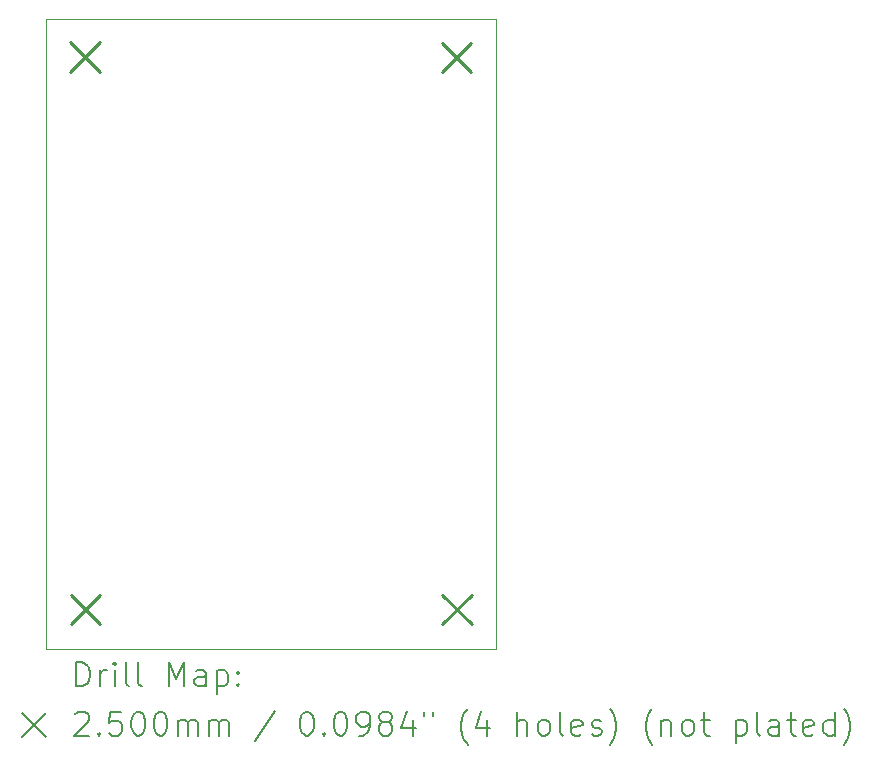
<source format=gbr>
%TF.GenerationSoftware,KiCad,Pcbnew,7.0.10*%
%TF.CreationDate,2024-03-08T11:34:05-05:00*%
%TF.ProjectId,swipe-stack-glove,73776970-652d-4737-9461-636b2d676c6f,1*%
%TF.SameCoordinates,Original*%
%TF.FileFunction,Drillmap*%
%TF.FilePolarity,Positive*%
%FSLAX45Y45*%
G04 Gerber Fmt 4.5, Leading zero omitted, Abs format (unit mm)*
G04 Created by KiCad (PCBNEW 7.0.10) date 2024-03-08 11:34:05*
%MOMM*%
%LPD*%
G01*
G04 APERTURE LIST*
%ADD10C,0.100000*%
%ADD11C,0.200000*%
%ADD12C,0.250000*%
G04 APERTURE END LIST*
D10*
X13309600Y-7264400D02*
X17119600Y-7264400D01*
X17119600Y-12598400D01*
X13309600Y-12598400D01*
X13309600Y-7264400D01*
D11*
D12*
X13515000Y-7466000D02*
X13765000Y-7716000D01*
X13765000Y-7466000D02*
X13515000Y-7716000D01*
X13516000Y-12142000D02*
X13766000Y-12392000D01*
X13766000Y-12142000D02*
X13516000Y-12392000D01*
X16660000Y-7467000D02*
X16910000Y-7717000D01*
X16910000Y-7467000D02*
X16660000Y-7717000D01*
X16663000Y-12141000D02*
X16913000Y-12391000D01*
X16913000Y-12141000D02*
X16663000Y-12391000D01*
D11*
X13565377Y-12914884D02*
X13565377Y-12714884D01*
X13565377Y-12714884D02*
X13612996Y-12714884D01*
X13612996Y-12714884D02*
X13641567Y-12724408D01*
X13641567Y-12724408D02*
X13660615Y-12743455D01*
X13660615Y-12743455D02*
X13670139Y-12762503D01*
X13670139Y-12762503D02*
X13679662Y-12800598D01*
X13679662Y-12800598D02*
X13679662Y-12829169D01*
X13679662Y-12829169D02*
X13670139Y-12867265D01*
X13670139Y-12867265D02*
X13660615Y-12886312D01*
X13660615Y-12886312D02*
X13641567Y-12905360D01*
X13641567Y-12905360D02*
X13612996Y-12914884D01*
X13612996Y-12914884D02*
X13565377Y-12914884D01*
X13765377Y-12914884D02*
X13765377Y-12781550D01*
X13765377Y-12819646D02*
X13774901Y-12800598D01*
X13774901Y-12800598D02*
X13784424Y-12791074D01*
X13784424Y-12791074D02*
X13803472Y-12781550D01*
X13803472Y-12781550D02*
X13822520Y-12781550D01*
X13889186Y-12914884D02*
X13889186Y-12781550D01*
X13889186Y-12714884D02*
X13879662Y-12724408D01*
X13879662Y-12724408D02*
X13889186Y-12733931D01*
X13889186Y-12733931D02*
X13898710Y-12724408D01*
X13898710Y-12724408D02*
X13889186Y-12714884D01*
X13889186Y-12714884D02*
X13889186Y-12733931D01*
X14012996Y-12914884D02*
X13993948Y-12905360D01*
X13993948Y-12905360D02*
X13984424Y-12886312D01*
X13984424Y-12886312D02*
X13984424Y-12714884D01*
X14117758Y-12914884D02*
X14098710Y-12905360D01*
X14098710Y-12905360D02*
X14089186Y-12886312D01*
X14089186Y-12886312D02*
X14089186Y-12714884D01*
X14346329Y-12914884D02*
X14346329Y-12714884D01*
X14346329Y-12714884D02*
X14412996Y-12857741D01*
X14412996Y-12857741D02*
X14479662Y-12714884D01*
X14479662Y-12714884D02*
X14479662Y-12914884D01*
X14660615Y-12914884D02*
X14660615Y-12810122D01*
X14660615Y-12810122D02*
X14651091Y-12791074D01*
X14651091Y-12791074D02*
X14632043Y-12781550D01*
X14632043Y-12781550D02*
X14593948Y-12781550D01*
X14593948Y-12781550D02*
X14574901Y-12791074D01*
X14660615Y-12905360D02*
X14641567Y-12914884D01*
X14641567Y-12914884D02*
X14593948Y-12914884D01*
X14593948Y-12914884D02*
X14574901Y-12905360D01*
X14574901Y-12905360D02*
X14565377Y-12886312D01*
X14565377Y-12886312D02*
X14565377Y-12867265D01*
X14565377Y-12867265D02*
X14574901Y-12848217D01*
X14574901Y-12848217D02*
X14593948Y-12838693D01*
X14593948Y-12838693D02*
X14641567Y-12838693D01*
X14641567Y-12838693D02*
X14660615Y-12829169D01*
X14755853Y-12781550D02*
X14755853Y-12981550D01*
X14755853Y-12791074D02*
X14774901Y-12781550D01*
X14774901Y-12781550D02*
X14812996Y-12781550D01*
X14812996Y-12781550D02*
X14832043Y-12791074D01*
X14832043Y-12791074D02*
X14841567Y-12800598D01*
X14841567Y-12800598D02*
X14851091Y-12819646D01*
X14851091Y-12819646D02*
X14851091Y-12876788D01*
X14851091Y-12876788D02*
X14841567Y-12895836D01*
X14841567Y-12895836D02*
X14832043Y-12905360D01*
X14832043Y-12905360D02*
X14812996Y-12914884D01*
X14812996Y-12914884D02*
X14774901Y-12914884D01*
X14774901Y-12914884D02*
X14755853Y-12905360D01*
X14936805Y-12895836D02*
X14946329Y-12905360D01*
X14946329Y-12905360D02*
X14936805Y-12914884D01*
X14936805Y-12914884D02*
X14927282Y-12905360D01*
X14927282Y-12905360D02*
X14936805Y-12895836D01*
X14936805Y-12895836D02*
X14936805Y-12914884D01*
X14936805Y-12791074D02*
X14946329Y-12800598D01*
X14946329Y-12800598D02*
X14936805Y-12810122D01*
X14936805Y-12810122D02*
X14927282Y-12800598D01*
X14927282Y-12800598D02*
X14936805Y-12791074D01*
X14936805Y-12791074D02*
X14936805Y-12810122D01*
X13104600Y-13143400D02*
X13304600Y-13343400D01*
X13304600Y-13143400D02*
X13104600Y-13343400D01*
X13555853Y-13153931D02*
X13565377Y-13144408D01*
X13565377Y-13144408D02*
X13584424Y-13134884D01*
X13584424Y-13134884D02*
X13632043Y-13134884D01*
X13632043Y-13134884D02*
X13651091Y-13144408D01*
X13651091Y-13144408D02*
X13660615Y-13153931D01*
X13660615Y-13153931D02*
X13670139Y-13172979D01*
X13670139Y-13172979D02*
X13670139Y-13192027D01*
X13670139Y-13192027D02*
X13660615Y-13220598D01*
X13660615Y-13220598D02*
X13546329Y-13334884D01*
X13546329Y-13334884D02*
X13670139Y-13334884D01*
X13755853Y-13315836D02*
X13765377Y-13325360D01*
X13765377Y-13325360D02*
X13755853Y-13334884D01*
X13755853Y-13334884D02*
X13746329Y-13325360D01*
X13746329Y-13325360D02*
X13755853Y-13315836D01*
X13755853Y-13315836D02*
X13755853Y-13334884D01*
X13946329Y-13134884D02*
X13851091Y-13134884D01*
X13851091Y-13134884D02*
X13841567Y-13230122D01*
X13841567Y-13230122D02*
X13851091Y-13220598D01*
X13851091Y-13220598D02*
X13870139Y-13211074D01*
X13870139Y-13211074D02*
X13917758Y-13211074D01*
X13917758Y-13211074D02*
X13936805Y-13220598D01*
X13936805Y-13220598D02*
X13946329Y-13230122D01*
X13946329Y-13230122D02*
X13955853Y-13249169D01*
X13955853Y-13249169D02*
X13955853Y-13296788D01*
X13955853Y-13296788D02*
X13946329Y-13315836D01*
X13946329Y-13315836D02*
X13936805Y-13325360D01*
X13936805Y-13325360D02*
X13917758Y-13334884D01*
X13917758Y-13334884D02*
X13870139Y-13334884D01*
X13870139Y-13334884D02*
X13851091Y-13325360D01*
X13851091Y-13325360D02*
X13841567Y-13315836D01*
X14079662Y-13134884D02*
X14098710Y-13134884D01*
X14098710Y-13134884D02*
X14117758Y-13144408D01*
X14117758Y-13144408D02*
X14127282Y-13153931D01*
X14127282Y-13153931D02*
X14136805Y-13172979D01*
X14136805Y-13172979D02*
X14146329Y-13211074D01*
X14146329Y-13211074D02*
X14146329Y-13258693D01*
X14146329Y-13258693D02*
X14136805Y-13296788D01*
X14136805Y-13296788D02*
X14127282Y-13315836D01*
X14127282Y-13315836D02*
X14117758Y-13325360D01*
X14117758Y-13325360D02*
X14098710Y-13334884D01*
X14098710Y-13334884D02*
X14079662Y-13334884D01*
X14079662Y-13334884D02*
X14060615Y-13325360D01*
X14060615Y-13325360D02*
X14051091Y-13315836D01*
X14051091Y-13315836D02*
X14041567Y-13296788D01*
X14041567Y-13296788D02*
X14032043Y-13258693D01*
X14032043Y-13258693D02*
X14032043Y-13211074D01*
X14032043Y-13211074D02*
X14041567Y-13172979D01*
X14041567Y-13172979D02*
X14051091Y-13153931D01*
X14051091Y-13153931D02*
X14060615Y-13144408D01*
X14060615Y-13144408D02*
X14079662Y-13134884D01*
X14270139Y-13134884D02*
X14289186Y-13134884D01*
X14289186Y-13134884D02*
X14308234Y-13144408D01*
X14308234Y-13144408D02*
X14317758Y-13153931D01*
X14317758Y-13153931D02*
X14327282Y-13172979D01*
X14327282Y-13172979D02*
X14336805Y-13211074D01*
X14336805Y-13211074D02*
X14336805Y-13258693D01*
X14336805Y-13258693D02*
X14327282Y-13296788D01*
X14327282Y-13296788D02*
X14317758Y-13315836D01*
X14317758Y-13315836D02*
X14308234Y-13325360D01*
X14308234Y-13325360D02*
X14289186Y-13334884D01*
X14289186Y-13334884D02*
X14270139Y-13334884D01*
X14270139Y-13334884D02*
X14251091Y-13325360D01*
X14251091Y-13325360D02*
X14241567Y-13315836D01*
X14241567Y-13315836D02*
X14232043Y-13296788D01*
X14232043Y-13296788D02*
X14222520Y-13258693D01*
X14222520Y-13258693D02*
X14222520Y-13211074D01*
X14222520Y-13211074D02*
X14232043Y-13172979D01*
X14232043Y-13172979D02*
X14241567Y-13153931D01*
X14241567Y-13153931D02*
X14251091Y-13144408D01*
X14251091Y-13144408D02*
X14270139Y-13134884D01*
X14422520Y-13334884D02*
X14422520Y-13201550D01*
X14422520Y-13220598D02*
X14432043Y-13211074D01*
X14432043Y-13211074D02*
X14451091Y-13201550D01*
X14451091Y-13201550D02*
X14479663Y-13201550D01*
X14479663Y-13201550D02*
X14498710Y-13211074D01*
X14498710Y-13211074D02*
X14508234Y-13230122D01*
X14508234Y-13230122D02*
X14508234Y-13334884D01*
X14508234Y-13230122D02*
X14517758Y-13211074D01*
X14517758Y-13211074D02*
X14536805Y-13201550D01*
X14536805Y-13201550D02*
X14565377Y-13201550D01*
X14565377Y-13201550D02*
X14584424Y-13211074D01*
X14584424Y-13211074D02*
X14593948Y-13230122D01*
X14593948Y-13230122D02*
X14593948Y-13334884D01*
X14689186Y-13334884D02*
X14689186Y-13201550D01*
X14689186Y-13220598D02*
X14698710Y-13211074D01*
X14698710Y-13211074D02*
X14717758Y-13201550D01*
X14717758Y-13201550D02*
X14746329Y-13201550D01*
X14746329Y-13201550D02*
X14765377Y-13211074D01*
X14765377Y-13211074D02*
X14774901Y-13230122D01*
X14774901Y-13230122D02*
X14774901Y-13334884D01*
X14774901Y-13230122D02*
X14784424Y-13211074D01*
X14784424Y-13211074D02*
X14803472Y-13201550D01*
X14803472Y-13201550D02*
X14832043Y-13201550D01*
X14832043Y-13201550D02*
X14851091Y-13211074D01*
X14851091Y-13211074D02*
X14860615Y-13230122D01*
X14860615Y-13230122D02*
X14860615Y-13334884D01*
X15251091Y-13125360D02*
X15079663Y-13382503D01*
X15508234Y-13134884D02*
X15527282Y-13134884D01*
X15527282Y-13134884D02*
X15546329Y-13144408D01*
X15546329Y-13144408D02*
X15555853Y-13153931D01*
X15555853Y-13153931D02*
X15565377Y-13172979D01*
X15565377Y-13172979D02*
X15574901Y-13211074D01*
X15574901Y-13211074D02*
X15574901Y-13258693D01*
X15574901Y-13258693D02*
X15565377Y-13296788D01*
X15565377Y-13296788D02*
X15555853Y-13315836D01*
X15555853Y-13315836D02*
X15546329Y-13325360D01*
X15546329Y-13325360D02*
X15527282Y-13334884D01*
X15527282Y-13334884D02*
X15508234Y-13334884D01*
X15508234Y-13334884D02*
X15489186Y-13325360D01*
X15489186Y-13325360D02*
X15479663Y-13315836D01*
X15479663Y-13315836D02*
X15470139Y-13296788D01*
X15470139Y-13296788D02*
X15460615Y-13258693D01*
X15460615Y-13258693D02*
X15460615Y-13211074D01*
X15460615Y-13211074D02*
X15470139Y-13172979D01*
X15470139Y-13172979D02*
X15479663Y-13153931D01*
X15479663Y-13153931D02*
X15489186Y-13144408D01*
X15489186Y-13144408D02*
X15508234Y-13134884D01*
X15660615Y-13315836D02*
X15670139Y-13325360D01*
X15670139Y-13325360D02*
X15660615Y-13334884D01*
X15660615Y-13334884D02*
X15651091Y-13325360D01*
X15651091Y-13325360D02*
X15660615Y-13315836D01*
X15660615Y-13315836D02*
X15660615Y-13334884D01*
X15793948Y-13134884D02*
X15812996Y-13134884D01*
X15812996Y-13134884D02*
X15832044Y-13144408D01*
X15832044Y-13144408D02*
X15841567Y-13153931D01*
X15841567Y-13153931D02*
X15851091Y-13172979D01*
X15851091Y-13172979D02*
X15860615Y-13211074D01*
X15860615Y-13211074D02*
X15860615Y-13258693D01*
X15860615Y-13258693D02*
X15851091Y-13296788D01*
X15851091Y-13296788D02*
X15841567Y-13315836D01*
X15841567Y-13315836D02*
X15832044Y-13325360D01*
X15832044Y-13325360D02*
X15812996Y-13334884D01*
X15812996Y-13334884D02*
X15793948Y-13334884D01*
X15793948Y-13334884D02*
X15774901Y-13325360D01*
X15774901Y-13325360D02*
X15765377Y-13315836D01*
X15765377Y-13315836D02*
X15755853Y-13296788D01*
X15755853Y-13296788D02*
X15746329Y-13258693D01*
X15746329Y-13258693D02*
X15746329Y-13211074D01*
X15746329Y-13211074D02*
X15755853Y-13172979D01*
X15755853Y-13172979D02*
X15765377Y-13153931D01*
X15765377Y-13153931D02*
X15774901Y-13144408D01*
X15774901Y-13144408D02*
X15793948Y-13134884D01*
X15955853Y-13334884D02*
X15993948Y-13334884D01*
X15993948Y-13334884D02*
X16012996Y-13325360D01*
X16012996Y-13325360D02*
X16022520Y-13315836D01*
X16022520Y-13315836D02*
X16041567Y-13287265D01*
X16041567Y-13287265D02*
X16051091Y-13249169D01*
X16051091Y-13249169D02*
X16051091Y-13172979D01*
X16051091Y-13172979D02*
X16041567Y-13153931D01*
X16041567Y-13153931D02*
X16032044Y-13144408D01*
X16032044Y-13144408D02*
X16012996Y-13134884D01*
X16012996Y-13134884D02*
X15974901Y-13134884D01*
X15974901Y-13134884D02*
X15955853Y-13144408D01*
X15955853Y-13144408D02*
X15946329Y-13153931D01*
X15946329Y-13153931D02*
X15936806Y-13172979D01*
X15936806Y-13172979D02*
X15936806Y-13220598D01*
X15936806Y-13220598D02*
X15946329Y-13239646D01*
X15946329Y-13239646D02*
X15955853Y-13249169D01*
X15955853Y-13249169D02*
X15974901Y-13258693D01*
X15974901Y-13258693D02*
X16012996Y-13258693D01*
X16012996Y-13258693D02*
X16032044Y-13249169D01*
X16032044Y-13249169D02*
X16041567Y-13239646D01*
X16041567Y-13239646D02*
X16051091Y-13220598D01*
X16165377Y-13220598D02*
X16146329Y-13211074D01*
X16146329Y-13211074D02*
X16136806Y-13201550D01*
X16136806Y-13201550D02*
X16127282Y-13182503D01*
X16127282Y-13182503D02*
X16127282Y-13172979D01*
X16127282Y-13172979D02*
X16136806Y-13153931D01*
X16136806Y-13153931D02*
X16146329Y-13144408D01*
X16146329Y-13144408D02*
X16165377Y-13134884D01*
X16165377Y-13134884D02*
X16203472Y-13134884D01*
X16203472Y-13134884D02*
X16222520Y-13144408D01*
X16222520Y-13144408D02*
X16232044Y-13153931D01*
X16232044Y-13153931D02*
X16241567Y-13172979D01*
X16241567Y-13172979D02*
X16241567Y-13182503D01*
X16241567Y-13182503D02*
X16232044Y-13201550D01*
X16232044Y-13201550D02*
X16222520Y-13211074D01*
X16222520Y-13211074D02*
X16203472Y-13220598D01*
X16203472Y-13220598D02*
X16165377Y-13220598D01*
X16165377Y-13220598D02*
X16146329Y-13230122D01*
X16146329Y-13230122D02*
X16136806Y-13239646D01*
X16136806Y-13239646D02*
X16127282Y-13258693D01*
X16127282Y-13258693D02*
X16127282Y-13296788D01*
X16127282Y-13296788D02*
X16136806Y-13315836D01*
X16136806Y-13315836D02*
X16146329Y-13325360D01*
X16146329Y-13325360D02*
X16165377Y-13334884D01*
X16165377Y-13334884D02*
X16203472Y-13334884D01*
X16203472Y-13334884D02*
X16222520Y-13325360D01*
X16222520Y-13325360D02*
X16232044Y-13315836D01*
X16232044Y-13315836D02*
X16241567Y-13296788D01*
X16241567Y-13296788D02*
X16241567Y-13258693D01*
X16241567Y-13258693D02*
X16232044Y-13239646D01*
X16232044Y-13239646D02*
X16222520Y-13230122D01*
X16222520Y-13230122D02*
X16203472Y-13220598D01*
X16412996Y-13201550D02*
X16412996Y-13334884D01*
X16365377Y-13125360D02*
X16317758Y-13268217D01*
X16317758Y-13268217D02*
X16441567Y-13268217D01*
X16508234Y-13134884D02*
X16508234Y-13172979D01*
X16584425Y-13134884D02*
X16584425Y-13172979D01*
X16879663Y-13411074D02*
X16870139Y-13401550D01*
X16870139Y-13401550D02*
X16851091Y-13372979D01*
X16851091Y-13372979D02*
X16841568Y-13353931D01*
X16841568Y-13353931D02*
X16832044Y-13325360D01*
X16832044Y-13325360D02*
X16822520Y-13277741D01*
X16822520Y-13277741D02*
X16822520Y-13239646D01*
X16822520Y-13239646D02*
X16832044Y-13192027D01*
X16832044Y-13192027D02*
X16841568Y-13163455D01*
X16841568Y-13163455D02*
X16851091Y-13144408D01*
X16851091Y-13144408D02*
X16870139Y-13115836D01*
X16870139Y-13115836D02*
X16879663Y-13106312D01*
X17041568Y-13201550D02*
X17041568Y-13334884D01*
X16993949Y-13125360D02*
X16946330Y-13268217D01*
X16946330Y-13268217D02*
X17070139Y-13268217D01*
X17298711Y-13334884D02*
X17298711Y-13134884D01*
X17384425Y-13334884D02*
X17384425Y-13230122D01*
X17384425Y-13230122D02*
X17374901Y-13211074D01*
X17374901Y-13211074D02*
X17355853Y-13201550D01*
X17355853Y-13201550D02*
X17327282Y-13201550D01*
X17327282Y-13201550D02*
X17308234Y-13211074D01*
X17308234Y-13211074D02*
X17298711Y-13220598D01*
X17508234Y-13334884D02*
X17489187Y-13325360D01*
X17489187Y-13325360D02*
X17479663Y-13315836D01*
X17479663Y-13315836D02*
X17470139Y-13296788D01*
X17470139Y-13296788D02*
X17470139Y-13239646D01*
X17470139Y-13239646D02*
X17479663Y-13220598D01*
X17479663Y-13220598D02*
X17489187Y-13211074D01*
X17489187Y-13211074D02*
X17508234Y-13201550D01*
X17508234Y-13201550D02*
X17536806Y-13201550D01*
X17536806Y-13201550D02*
X17555853Y-13211074D01*
X17555853Y-13211074D02*
X17565377Y-13220598D01*
X17565377Y-13220598D02*
X17574901Y-13239646D01*
X17574901Y-13239646D02*
X17574901Y-13296788D01*
X17574901Y-13296788D02*
X17565377Y-13315836D01*
X17565377Y-13315836D02*
X17555853Y-13325360D01*
X17555853Y-13325360D02*
X17536806Y-13334884D01*
X17536806Y-13334884D02*
X17508234Y-13334884D01*
X17689187Y-13334884D02*
X17670139Y-13325360D01*
X17670139Y-13325360D02*
X17660615Y-13306312D01*
X17660615Y-13306312D02*
X17660615Y-13134884D01*
X17841568Y-13325360D02*
X17822520Y-13334884D01*
X17822520Y-13334884D02*
X17784425Y-13334884D01*
X17784425Y-13334884D02*
X17765377Y-13325360D01*
X17765377Y-13325360D02*
X17755853Y-13306312D01*
X17755853Y-13306312D02*
X17755853Y-13230122D01*
X17755853Y-13230122D02*
X17765377Y-13211074D01*
X17765377Y-13211074D02*
X17784425Y-13201550D01*
X17784425Y-13201550D02*
X17822520Y-13201550D01*
X17822520Y-13201550D02*
X17841568Y-13211074D01*
X17841568Y-13211074D02*
X17851092Y-13230122D01*
X17851092Y-13230122D02*
X17851092Y-13249169D01*
X17851092Y-13249169D02*
X17755853Y-13268217D01*
X17927282Y-13325360D02*
X17946330Y-13334884D01*
X17946330Y-13334884D02*
X17984425Y-13334884D01*
X17984425Y-13334884D02*
X18003473Y-13325360D01*
X18003473Y-13325360D02*
X18012996Y-13306312D01*
X18012996Y-13306312D02*
X18012996Y-13296788D01*
X18012996Y-13296788D02*
X18003473Y-13277741D01*
X18003473Y-13277741D02*
X17984425Y-13268217D01*
X17984425Y-13268217D02*
X17955853Y-13268217D01*
X17955853Y-13268217D02*
X17936806Y-13258693D01*
X17936806Y-13258693D02*
X17927282Y-13239646D01*
X17927282Y-13239646D02*
X17927282Y-13230122D01*
X17927282Y-13230122D02*
X17936806Y-13211074D01*
X17936806Y-13211074D02*
X17955853Y-13201550D01*
X17955853Y-13201550D02*
X17984425Y-13201550D01*
X17984425Y-13201550D02*
X18003473Y-13211074D01*
X18079663Y-13411074D02*
X18089187Y-13401550D01*
X18089187Y-13401550D02*
X18108234Y-13372979D01*
X18108234Y-13372979D02*
X18117758Y-13353931D01*
X18117758Y-13353931D02*
X18127282Y-13325360D01*
X18127282Y-13325360D02*
X18136806Y-13277741D01*
X18136806Y-13277741D02*
X18136806Y-13239646D01*
X18136806Y-13239646D02*
X18127282Y-13192027D01*
X18127282Y-13192027D02*
X18117758Y-13163455D01*
X18117758Y-13163455D02*
X18108234Y-13144408D01*
X18108234Y-13144408D02*
X18089187Y-13115836D01*
X18089187Y-13115836D02*
X18079663Y-13106312D01*
X18441568Y-13411074D02*
X18432044Y-13401550D01*
X18432044Y-13401550D02*
X18412996Y-13372979D01*
X18412996Y-13372979D02*
X18403473Y-13353931D01*
X18403473Y-13353931D02*
X18393949Y-13325360D01*
X18393949Y-13325360D02*
X18384425Y-13277741D01*
X18384425Y-13277741D02*
X18384425Y-13239646D01*
X18384425Y-13239646D02*
X18393949Y-13192027D01*
X18393949Y-13192027D02*
X18403473Y-13163455D01*
X18403473Y-13163455D02*
X18412996Y-13144408D01*
X18412996Y-13144408D02*
X18432044Y-13115836D01*
X18432044Y-13115836D02*
X18441568Y-13106312D01*
X18517758Y-13201550D02*
X18517758Y-13334884D01*
X18517758Y-13220598D02*
X18527282Y-13211074D01*
X18527282Y-13211074D02*
X18546330Y-13201550D01*
X18546330Y-13201550D02*
X18574901Y-13201550D01*
X18574901Y-13201550D02*
X18593949Y-13211074D01*
X18593949Y-13211074D02*
X18603473Y-13230122D01*
X18603473Y-13230122D02*
X18603473Y-13334884D01*
X18727282Y-13334884D02*
X18708234Y-13325360D01*
X18708234Y-13325360D02*
X18698711Y-13315836D01*
X18698711Y-13315836D02*
X18689187Y-13296788D01*
X18689187Y-13296788D02*
X18689187Y-13239646D01*
X18689187Y-13239646D02*
X18698711Y-13220598D01*
X18698711Y-13220598D02*
X18708234Y-13211074D01*
X18708234Y-13211074D02*
X18727282Y-13201550D01*
X18727282Y-13201550D02*
X18755854Y-13201550D01*
X18755854Y-13201550D02*
X18774901Y-13211074D01*
X18774901Y-13211074D02*
X18784425Y-13220598D01*
X18784425Y-13220598D02*
X18793949Y-13239646D01*
X18793949Y-13239646D02*
X18793949Y-13296788D01*
X18793949Y-13296788D02*
X18784425Y-13315836D01*
X18784425Y-13315836D02*
X18774901Y-13325360D01*
X18774901Y-13325360D02*
X18755854Y-13334884D01*
X18755854Y-13334884D02*
X18727282Y-13334884D01*
X18851092Y-13201550D02*
X18927282Y-13201550D01*
X18879663Y-13134884D02*
X18879663Y-13306312D01*
X18879663Y-13306312D02*
X18889187Y-13325360D01*
X18889187Y-13325360D02*
X18908234Y-13334884D01*
X18908234Y-13334884D02*
X18927282Y-13334884D01*
X19146330Y-13201550D02*
X19146330Y-13401550D01*
X19146330Y-13211074D02*
X19165377Y-13201550D01*
X19165377Y-13201550D02*
X19203473Y-13201550D01*
X19203473Y-13201550D02*
X19222520Y-13211074D01*
X19222520Y-13211074D02*
X19232044Y-13220598D01*
X19232044Y-13220598D02*
X19241568Y-13239646D01*
X19241568Y-13239646D02*
X19241568Y-13296788D01*
X19241568Y-13296788D02*
X19232044Y-13315836D01*
X19232044Y-13315836D02*
X19222520Y-13325360D01*
X19222520Y-13325360D02*
X19203473Y-13334884D01*
X19203473Y-13334884D02*
X19165377Y-13334884D01*
X19165377Y-13334884D02*
X19146330Y-13325360D01*
X19355854Y-13334884D02*
X19336806Y-13325360D01*
X19336806Y-13325360D02*
X19327282Y-13306312D01*
X19327282Y-13306312D02*
X19327282Y-13134884D01*
X19517758Y-13334884D02*
X19517758Y-13230122D01*
X19517758Y-13230122D02*
X19508235Y-13211074D01*
X19508235Y-13211074D02*
X19489187Y-13201550D01*
X19489187Y-13201550D02*
X19451092Y-13201550D01*
X19451092Y-13201550D02*
X19432044Y-13211074D01*
X19517758Y-13325360D02*
X19498711Y-13334884D01*
X19498711Y-13334884D02*
X19451092Y-13334884D01*
X19451092Y-13334884D02*
X19432044Y-13325360D01*
X19432044Y-13325360D02*
X19422520Y-13306312D01*
X19422520Y-13306312D02*
X19422520Y-13287265D01*
X19422520Y-13287265D02*
X19432044Y-13268217D01*
X19432044Y-13268217D02*
X19451092Y-13258693D01*
X19451092Y-13258693D02*
X19498711Y-13258693D01*
X19498711Y-13258693D02*
X19517758Y-13249169D01*
X19584425Y-13201550D02*
X19660615Y-13201550D01*
X19612996Y-13134884D02*
X19612996Y-13306312D01*
X19612996Y-13306312D02*
X19622520Y-13325360D01*
X19622520Y-13325360D02*
X19641568Y-13334884D01*
X19641568Y-13334884D02*
X19660615Y-13334884D01*
X19803473Y-13325360D02*
X19784425Y-13334884D01*
X19784425Y-13334884D02*
X19746330Y-13334884D01*
X19746330Y-13334884D02*
X19727282Y-13325360D01*
X19727282Y-13325360D02*
X19717758Y-13306312D01*
X19717758Y-13306312D02*
X19717758Y-13230122D01*
X19717758Y-13230122D02*
X19727282Y-13211074D01*
X19727282Y-13211074D02*
X19746330Y-13201550D01*
X19746330Y-13201550D02*
X19784425Y-13201550D01*
X19784425Y-13201550D02*
X19803473Y-13211074D01*
X19803473Y-13211074D02*
X19812996Y-13230122D01*
X19812996Y-13230122D02*
X19812996Y-13249169D01*
X19812996Y-13249169D02*
X19717758Y-13268217D01*
X19984425Y-13334884D02*
X19984425Y-13134884D01*
X19984425Y-13325360D02*
X19965377Y-13334884D01*
X19965377Y-13334884D02*
X19927282Y-13334884D01*
X19927282Y-13334884D02*
X19908235Y-13325360D01*
X19908235Y-13325360D02*
X19898711Y-13315836D01*
X19898711Y-13315836D02*
X19889187Y-13296788D01*
X19889187Y-13296788D02*
X19889187Y-13239646D01*
X19889187Y-13239646D02*
X19898711Y-13220598D01*
X19898711Y-13220598D02*
X19908235Y-13211074D01*
X19908235Y-13211074D02*
X19927282Y-13201550D01*
X19927282Y-13201550D02*
X19965377Y-13201550D01*
X19965377Y-13201550D02*
X19984425Y-13211074D01*
X20060616Y-13411074D02*
X20070139Y-13401550D01*
X20070139Y-13401550D02*
X20089187Y-13372979D01*
X20089187Y-13372979D02*
X20098711Y-13353931D01*
X20098711Y-13353931D02*
X20108235Y-13325360D01*
X20108235Y-13325360D02*
X20117758Y-13277741D01*
X20117758Y-13277741D02*
X20117758Y-13239646D01*
X20117758Y-13239646D02*
X20108235Y-13192027D01*
X20108235Y-13192027D02*
X20098711Y-13163455D01*
X20098711Y-13163455D02*
X20089187Y-13144408D01*
X20089187Y-13144408D02*
X20070139Y-13115836D01*
X20070139Y-13115836D02*
X20060616Y-13106312D01*
M02*

</source>
